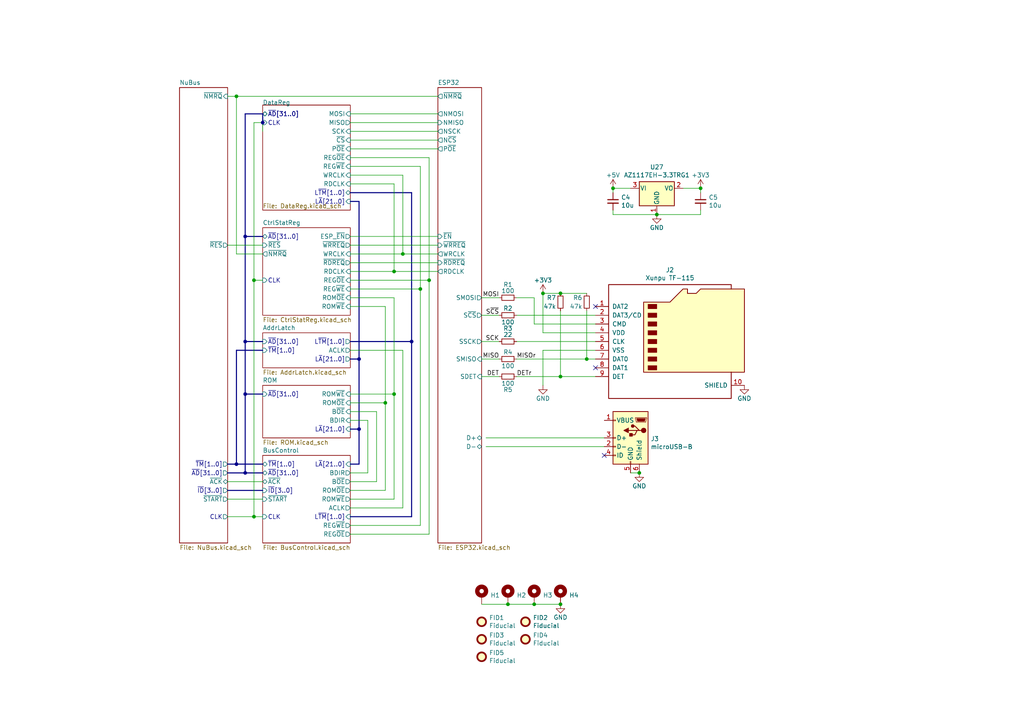
<source format=kicad_sch>
(kicad_sch (version 20211123) (generator eeschema)
  (paper "A4")
  (title_block (title "NuBus-ESP32") (date "2021-11-18") (rev "0.1") (company "Garrett's Workshop"))
  (lib_symbols
    (symbol "Connector:USB_B_Micro" (pin_names (offset 1.016))
      (property "Reference" "J" (at -5.08 11.43 0))
      (property "Value" "USB_B_Micro" (at -5.08 8.89 0))
      (symbol "USB_B_Micro_0_1"
        (rectangle (start -5.08 -7.62) (end 5.08 7.62) (stroke (width 0.254)) (fill (type background)))
        (circle (center -3.81 2.159) (radius 0.635) (stroke (width 0.254)) (fill (type outline)))
        (circle (center -0.635 3.429) (radius 0.381) (stroke (width 0.254)) (fill (type outline)))
        (rectangle (start -0.127 -7.62) (end 0.127 -6.858))
        (polyline (pts (xy -1.905 2.159) (xy 0.635 2.159)) (stroke (width 0.254)))
        (polyline (pts (xy -3.175 2.159) (xy -2.54 2.159) (xy -1.27 3.429) (xy -0.635 3.429)) (stroke (width 0.254)))
        (polyline (pts (xy -2.54 2.159) (xy -1.905 2.159) (xy -1.27 0.889) (xy 0 0.889)) (stroke (width 0.254)))
        (polyline (pts (xy 0.635 2.794) (xy 0.635 1.524) (xy 1.905 2.159) (xy 0.635 2.794)) (stroke (width 0.254)) (fill (type outline)))
        (polyline (pts (xy -4.318 5.588) (xy -1.778 5.588) (xy -2.032 4.826) (xy -4.064 4.826) (xy -4.318 5.588)) (fill (type outline)))
        (polyline (pts (xy -4.699 5.842) (xy -4.699 5.588) (xy -4.445 4.826) (xy -4.445 4.572) (xy -1.651 4.572) (xy -1.651 4.826) (xy -1.397 5.588) (xy -1.397 5.842) (xy -4.699 5.842)))
        (rectangle (start 0.254 1.27) (end -0.508 0.508) (stroke (width 0.254)) (fill (type outline)))
        (rectangle (start 5.08 -5.207) (end 4.318 -4.953))
        (rectangle (start 5.08 -2.667) (end 4.318 -2.413))
        (rectangle (start 5.08 -0.127) (end 4.318 0.127))
        (rectangle (start 5.08 4.953) (end 4.318 5.207))
      )
      (symbol "USB_B_Micro_1_1"
        (pin power_out line (at 7.62 5.08 180) (length 2.54) (name "VBUS") (number "1"))
        (pin bidirectional line (at 7.62 -2.54 180) (length 2.54) (name "D-") (number "2"))
        (pin bidirectional line (at 7.62 0 180) (length 2.54) (name "D+") (number "3"))
        (pin passive line (at 7.62 -5.08 180) (length 2.54) (name "ID") (number "4"))
        (pin power_out line (at 0 -10.16 90) (length 2.54) (name "GND") (number "5"))
        (pin passive line (at -2.54 -10.16 90) (length 2.54) (name "Shield") (number "6"))
      )
    )
    (symbol "Device:C_Small" (pin_numbers hide) (pin_names (offset 0.254) hide)
      (property "Reference" "C" (at 0.254 1.778 0))
      (property "Value" "C_Small" (at 0.254 -2.032 0))
      (symbol "C_Small_0_1"
        (polyline (pts (xy -1.524 -0.508) (xy 1.524 -0.508)) (stroke (width 0.3302)))
        (polyline (pts (xy -1.524 0.508) (xy 1.524 0.508)) (stroke (width 0.3048)))
      )
      (symbol "C_Small_1_1"
        (pin passive line (at 0 2.54 270) (length 2.032) (name "~") (number "1"))
        (pin passive line (at 0 -2.54 90) (length 2.032) (name "~") (number "2"))
      )
    )
    (symbol "Device:R_Small" (pin_numbers hide) (pin_names (offset 0.254) hide)
      (property "Reference" "R" (at 0.762 0.508 0))
      (property "Value" "R_Small" (at 0.762 -1.016 0))
      (symbol "R_Small_0_1"
        (rectangle (start -0.762 1.778) (end 0.762 -1.778) (stroke (width 0.2032)))
      )
      (symbol "R_Small_1_1"
        (pin passive line (at 0 2.54 270) (length 0.762) (name "~") (number "1"))
        (pin passive line (at 0 -2.54 90) (length 0.762) (name "~") (number "2"))
      )
    )
    (symbol "GW_Connector:Micro_SD_SingleDet" (pin_names (offset 1.016))
      (property "Reference" "J" (at -16.51 17.78 0))
      (property "Value" "Micro_SD_SingleDet" (at 16.51 17.78 0))
      (symbol "Micro_SD_SingleDet_0_1"
        (rectangle (start -7.62 -6.985) (end -5.08 -8.255) (fill (type outline)))
        (rectangle (start -7.62 -4.445) (end -5.08 -5.715) (fill (type outline)))
        (rectangle (start -7.62 -1.905) (end -5.08 -3.175) (fill (type outline)))
        (rectangle (start -7.62 0.635) (end -5.08 -0.635) (fill (type outline)))
        (rectangle (start -7.62 3.175) (end -5.08 1.905) (fill (type outline)))
        (rectangle (start -7.62 5.715) (end -5.08 4.445) (fill (type outline)))
        (rectangle (start -7.62 8.255) (end -5.08 6.985) (fill (type outline)))
        (rectangle (start -7.62 10.795) (end -5.08 9.525) (fill (type outline)))
        (polyline (pts (xy 16.51 15.24) (xy 16.51 16.51) (xy -19.05 16.51) (xy -19.05 -16.51) (xy 16.51 -16.51) (xy 16.51 -8.89)) (stroke (width 0.254)))
        (polyline (pts (xy -8.89 -8.89) (xy -8.89 11.43) (xy -1.27 11.43) (xy 2.54 15.24) (xy 3.81 15.24) (xy 3.81 13.97) (xy 6.35 13.97) (xy 7.62 15.24) (xy 20.32 15.24) (xy 20.32 -8.89) (xy -8.89 -8.89)) (stroke (width 0.254)) (fill (type background)))
      )
      (symbol "Micro_SD_SingleDet_1_1"
        (pin bidirectional line (at -22.86 10.16 0) (length 3.81) (name "DAT2") (number "1"))
        (pin passive line (at 20.32 -12.7 180) (length 3.81) (name "SHIELD") (number "10"))
        (pin bidirectional line (at -22.86 7.62 0) (length 3.81) (name "DAT3/CD") (number "2"))
        (pin input line (at -22.86 5.08 0) (length 3.81) (name "CMD") (number "3"))
        (pin power_in line (at -22.86 2.54 0) (length 3.81) (name "VDD") (number "4"))
        (pin input line (at -22.86 0 0) (length 3.81) (name "CLK") (number "5"))
        (pin power_in line (at -22.86 -2.54 0) (length 3.81) (name "VSS") (number "6"))
        (pin input line (at -22.86 -5.08 0) (length 3.81) (name "DAT0") (number "7"))
        (pin input line (at -22.86 -7.62 0) (length 3.81) (name "DAT1") (number "8"))
        (pin passive line (at -22.86 -10.16 0) (length 3.81) (name "DET") (number "9"))
      )
    )
    (symbol "GW_Power:AP1117-33" (pin_names (offset 0.254))
      (property "Reference" "U" (at -3.81 3.175 0))
      (property "Value" "AP1117-33" (at 0 3.175 0))
      (symbol "AP1117-33_0_1"
        (rectangle (start -5.08 -5.08) (end 5.08 1.905) (stroke (width 0.254)) (fill (type background)))
      )
      (symbol "AP1117-33_1_1"
        (pin power_in line (at 0 -7.62 90) (length 2.54) (name "GND") (number "1"))
        (pin power_out line (at 7.62 0 180) (length 2.54) (name "VO") (number "2"))
        (pin power_in line (at -7.62 0 0) (length 2.54) (name "VI") (number "3"))
      )
    )
    (symbol "Mechanical:Fiducial"
      (property "Reference" "FID" (at 0 5.08 0))
      (property "Value" "Fiducial" (at 0 3.175 0))
      (symbol "Fiducial_0_1"
        (circle (center 0 0) (radius 1.27) (stroke (width 0.508)) (fill (type background)))
      )
    )
    (symbol "Mechanical:MountingHole_Pad" (pin_numbers hide) (pin_names (offset 1.016) hide)
      (property "Reference" "H" (at 0 6.35 0))
      (property "Value" "MountingHole_Pad" (at 0 4.445 0))
      (symbol "MountingHole_Pad_0_1"
        (circle (center 0 1.27) (radius 1.27) (stroke (width 1.27)))
      )
      (symbol "MountingHole_Pad_1_1"
        (pin input line (at 0 -2.54 90) (length 2.54) (name "1") (number "1"))
      )
    )
    (symbol "power:+3V3" (power) (pin_names (offset 0))
      (property "Value" "+3V3" (at 0 3.556 0))
      (symbol "+3V3_0_1"
        (polyline (pts (xy -0.762 1.27) (xy 0 2.54)))
        (polyline (pts (xy 0 0) (xy 0 2.54)))
        (polyline (pts (xy 0 2.54) (xy 0.762 1.27)))
      )
      (symbol "+3V3_1_1"
        (pin power_in line (at 0 0 90) (length 0) hide (name "+3V3") (number "1"))
      )
    )
    (symbol "power:+5V" (power) (pin_names (offset 0))
      (property "Value" "+5V" (at 0 3.556 0))
      (symbol "+5V_0_1"
        (polyline (pts (xy -0.762 1.27) (xy 0 2.54)))
        (polyline (pts (xy 0 0) (xy 0 2.54)))
        (polyline (pts (xy 0 2.54) (xy 0.762 1.27)))
      )
      (symbol "+5V_1_1"
        (pin power_in line (at 0 0 90) (length 0) hide (name "+5V") (number "1"))
      )
    )
    (symbol "power:GND" (power) (pin_names (offset 0))
      (property "Value" "GND" (at 0 -3.81 0))
      (symbol "GND_0_1"
        (polyline (pts (xy 0 0) (xy 0 -1.27) (xy 1.27 -1.27) (xy 0 -2.54) (xy -1.27 -1.27) (xy 0 -1.27)))
      )
      (symbol "GND_1_1"
        (pin power_in line (at 0 0 270) (length 0) hide (name "GND") (number "1"))
      )
    )
  )
  (junction (at 124.46 81.28))
  (junction (at 73.66 81.28))
  (junction (at 104.14 124.46))
  (junction (at 68.58 134.62))
  (junction (at 147.32 175.26))
  (junction (at 104.14 104.14))
  (junction (at 71.12 99.06))
  (junction (at 119.38 99.06))
  (junction (at 71.12 137.16))
  (junction (at 162.56 109.22))
  (junction (at 170.18 104.14))
  (junction (at 203.2 54.61))
  (junction (at 162.56 175.26))
  (junction (at 68.58 27.94))
  (junction (at 76.2 35.56))
  (junction (at 121.92 83.82))
  (junction (at 114.3 114.3))
  (junction (at 111.76 116.84))
  (junction (at 73.66 149.86))
  (junction (at 190.5 62.23))
  (junction (at 154.94 175.26))
  (junction (at 157.48 85.09))
  (junction (at 185.42 137.16))
  (junction (at 71.12 114.3))
  (junction (at 177.8 54.61))
  (junction (at 71.12 68.58))
  (junction (at 114.3 78.74))
  (junction (at 162.56 85.09))
  (junction (at 116.84 73.66))
  (no_connect (at 172.72 106.68))
  (no_connect (at 175.26 132.08))
  (no_connect (at 172.72 88.9))
  (wire (pts (xy 139.7 91.44) (xy 144.78 91.44)))
  (wire (pts (xy 162.56 85.09) (xy 170.18 85.09)))
  (bus (pts (xy 119.38 99.06) (xy 119.38 149.86)))
  (bus (pts (xy 104.14 124.46) (xy 101.6 124.46)))
  (bus (pts (xy 101.6 149.86) (xy 119.38 149.86)))
  (bus (pts (xy 76.2 33.02) (xy 76.2 35.56)))
  (wire (pts (xy 101.6 152.4) (xy 121.92 152.4)))
  (wire (pts (xy 101.6 43.18) (xy 127 43.18)))
  (wire (pts (xy 66.04 149.86) (xy 73.66 149.86)))
  (wire (pts (xy 101.6 81.28) (xy 124.46 81.28)))
  (wire (pts (xy 114.3 144.78) (xy 101.6 144.78)))
  (wire (pts (xy 139.7 104.14) (xy 144.78 104.14)))
  (wire (pts (xy 185.42 137.16) (xy 182.88 137.16)))
  (wire (pts (xy 116.84 73.66) (xy 127 73.66)))
  (wire (pts (xy 175.26 129.54) (xy 140.97 129.54)))
  (wire (pts (xy 114.3 86.36) (xy 101.6 86.36)))
  (wire (pts (xy 203.2 62.23) (xy 190.5 62.23)))
  (wire (pts (xy 124.46 81.28) (xy 124.46 154.94)))
  (wire (pts (xy 121.92 83.82) (xy 121.92 152.4)))
  (wire (pts (xy 149.86 86.36) (xy 154.94 86.36)))
  (wire (pts (xy 149.86 109.22) (xy 162.56 109.22)))
  (wire (pts (xy 157.48 101.6) (xy 172.72 101.6)))
  (bus (pts (xy 71.12 33.02) (xy 71.12 68.58)))
  (wire (pts (xy 68.58 27.94) (xy 127 27.94)))
  (wire (pts (xy 170.18 104.14) (xy 172.72 104.14)))
  (wire (pts (xy 162.56 109.22) (xy 172.72 109.22)))
  (wire (pts (xy 106.68 121.92) (xy 101.6 121.92)))
  (bus (pts (xy 76.2 134.62) (xy 68.58 134.62)))
  (wire (pts (xy 73.66 35.56) (xy 73.66 81.28)))
  (wire (pts (xy 116.84 101.6) (xy 101.6 101.6)))
  (wire (pts (xy 73.66 149.86) (xy 76.2 149.86)))
  (wire (pts (xy 157.48 96.52) (xy 172.72 96.52)))
  (wire (pts (xy 101.6 68.58) (xy 127 68.58)))
  (wire (pts (xy 66.04 139.7) (xy 76.2 139.7)))
  (wire (pts (xy 73.66 81.28) (xy 76.2 81.28)))
  (wire (pts (xy 101.6 76.2) (xy 127 76.2)))
  (bus (pts (xy 101.6 134.62) (xy 104.14 134.62)))
  (wire (pts (xy 114.3 78.74) (xy 114.3 53.34)))
  (wire (pts (xy 101.6 147.32) (xy 116.84 147.32)))
  (wire (pts (xy 66.04 71.12) (xy 76.2 71.12)))
  (wire (pts (xy 101.6 48.26) (xy 121.92 48.26)))
  (wire (pts (xy 182.88 54.61) (xy 177.8 54.61)))
  (wire (pts (xy 121.92 83.82) (xy 101.6 83.82)))
  (bus (pts (xy 66.04 142.24) (xy 76.2 142.24)))
  (wire (pts (xy 177.8 62.23) (xy 190.5 62.23)))
  (wire (pts (xy 111.76 116.84) (xy 101.6 116.84)))
  (wire (pts (xy 149.86 104.14) (xy 170.18 104.14)))
  (wire (pts (xy 101.6 45.72) (xy 124.46 45.72)))
  (wire (pts (xy 101.6 50.8) (xy 116.84 50.8)))
  (bus (pts (xy 71.12 33.02) (xy 76.2 33.02)))
  (wire (pts (xy 101.6 73.66) (xy 116.84 73.66)))
  (wire (pts (xy 177.8 54.61) (xy 177.8 55.88)))
  (bus (pts (xy 68.58 134.62) (xy 66.04 134.62)))
  (wire (pts (xy 101.6 71.12) (xy 127 71.12)))
  (wire (pts (xy 101.6 78.74) (xy 114.3 78.74)))
  (wire (pts (xy 149.86 99.06) (xy 172.72 99.06)))
  (bus (pts (xy 68.58 101.6) (xy 68.58 134.62)))
  (wire (pts (xy 109.22 139.7) (xy 101.6 139.7)))
  (wire (pts (xy 68.58 27.94) (xy 68.58 73.66)))
  (wire (pts (xy 101.6 33.02) (xy 127 33.02)))
  (wire (pts (xy 144.78 86.36) (xy 139.7 86.36)))
  (bus (pts (xy 104.14 104.14) (xy 104.14 58.42)))
  (wire (pts (xy 114.3 78.74) (xy 127 78.74)))
  (bus (pts (xy 104.14 124.46) (xy 104.14 134.62)))
  (wire (pts (xy 147.32 175.26) (xy 154.94 175.26)))
  (wire (pts (xy 116.84 50.8) (xy 116.84 73.66)))
  (wire (pts (xy 157.48 111.76) (xy 157.48 101.6)))
  (bus (pts (xy 101.6 104.14) (xy 104.14 104.14)))
  (wire (pts (xy 139.7 99.06) (xy 144.78 99.06)))
  (bus (pts (xy 71.12 99.06) (xy 76.2 99.06)))
  (wire (pts (xy 66.04 27.94) (xy 68.58 27.94)))
  (bus (pts (xy 66.04 137.16) (xy 71.12 137.16)))
  (bus (pts (xy 101.6 55.88) (xy 119.38 55.88)))
  (wire (pts (xy 111.76 88.9) (xy 101.6 88.9)))
  (bus (pts (xy 104.14 104.14) (xy 104.14 124.46)))
  (wire (pts (xy 66.04 144.78) (xy 76.2 144.78)))
  (wire (pts (xy 203.2 54.61) (xy 198.12 54.61)))
  (wire (pts (xy 73.66 81.28) (xy 73.66 149.86)))
  (wire (pts (xy 114.3 53.34) (xy 101.6 53.34)))
  (bus (pts (xy 101.6 99.06) (xy 119.38 99.06)))
  (wire (pts (xy 170.18 104.14) (xy 170.18 90.17)))
  (wire (pts (xy 101.6 137.16) (xy 106.68 137.16)))
  (bus (pts (xy 71.12 114.3) (xy 71.12 99.06)))
  (wire (pts (xy 154.94 93.98) (xy 172.72 93.98)))
  (wire (pts (xy 101.6 154.94) (xy 124.46 154.94)))
  (wire (pts (xy 172.72 91.44) (xy 149.86 91.44)))
  (wire (pts (xy 101.6 142.24) (xy 111.76 142.24)))
  (wire (pts (xy 162.56 109.22) (xy 162.56 90.17)))
  (wire (pts (xy 101.6 38.1) (xy 127 38.1)))
  (bus (pts (xy 71.12 114.3) (xy 71.12 137.16)))
  (wire (pts (xy 203.2 60.96) (xy 203.2 62.23)))
  (wire (pts (xy 121.92 48.26) (xy 121.92 83.82)))
  (wire (pts (xy 106.68 137.16) (xy 106.68 121.92)))
  (bus (pts (xy 71.12 137.16) (xy 76.2 137.16)))
  (wire (pts (xy 177.8 60.96) (xy 177.8 62.23)))
  (wire (pts (xy 127 40.64) (xy 101.6 40.64)))
  (wire (pts (xy 76.2 35.56) (xy 73.66 35.56)))
  (wire (pts (xy 157.48 85.09) (xy 162.56 85.09)))
  (wire (pts (xy 114.3 114.3) (xy 101.6 114.3)))
  (wire (pts (xy 76.2 73.66) (xy 68.58 73.66)))
  (wire (pts (xy 154.94 86.36) (xy 154.94 93.98)))
  (wire (pts (xy 154.94 175.26) (xy 162.56 175.26)))
  (wire (pts (xy 175.26 127) (xy 140.97 127)))
  (wire (pts (xy 111.76 142.24) (xy 111.76 116.84)))
  (wire (pts (xy 139.7 109.22) (xy 144.78 109.22)))
  (bus (pts (xy 104.14 58.42) (xy 101.6 58.42)))
  (bus (pts (xy 71.12 68.58) (xy 76.2 68.58)))
  (wire (pts (xy 157.48 85.09) (xy 157.48 96.52)))
  (wire (pts (xy 109.22 119.38) (xy 109.22 139.7)))
  (wire (pts (xy 76.2 35.56) (xy 76.2 38.1)))
  (bus (pts (xy 119.38 55.88) (xy 119.38 99.06)))
  (wire (pts (xy 124.46 45.72) (xy 124.46 81.28)))
  (wire (pts (xy 111.76 116.84) (xy 111.76 88.9)))
  (wire (pts (xy 114.3 114.3) (xy 114.3 86.36)))
  (bus (pts (xy 71.12 114.3) (xy 76.2 114.3)))
  (wire (pts (xy 116.84 147.32) (xy 116.84 101.6)))
  (wire (pts (xy 114.3 144.78) (xy 114.3 114.3)))
  (bus (pts (xy 68.58 101.6) (xy 76.2 101.6)))
  (wire (pts (xy 101.6 119.38) (xy 109.22 119.38)))
  (bus (pts (xy 71.12 99.06) (xy 71.12 68.58)))
  (wire (pts (xy 139.7 175.26) (xy 147.32 175.26)))
  (wire (pts (xy 203.2 54.61) (xy 203.2 55.88)))
  (wire (pts (xy 101.6 35.56) (xy 127 35.56)))
  (label "S~{CS}" (at 144.78 91.44 180))
  (label "SCK" (at 144.78 99.06 180))
  (label "DET" (at 144.78 109.22 180))
  (label "MISOr" (at 149.86 104.14 0))
  (label "DETr" (at 149.86 109.22 0))
  (label "MISO" (at 144.78 104.14 180))
  (label "MOSI" (at 144.78 86.36 180))
  (symbol (lib_id "Mechanical:MountingHole_Pad") (at 154.94 172.72 0) (unit 1)
    (property "Reference" "H3" (at 157.48 172.6438 0) (effects (justify left)))
    (property "Value" " " (effects hide))
    (property "Footprint" "stdpads:PasteHole_1.152mm_NPTH" (effects hide))
  )
  (symbol (lib_id "Mechanical:MountingHole_Pad") (at 162.56 172.72 0) (unit 1)
    (property "Reference" "H4" (at 165.1 172.6438 0) (effects (justify left)))
    (property "Value" " " (effects hide))
    (property "Footprint" "stdpads:PasteHole_1.152mm_NPTH" (effects hide))
  )
  (symbol (lib_id "power:GND") (at 162.56 175.26 0) (mirror y) (unit 1)
    (property "Reference" "#PWR0145" (effects hide))
    (property "Value" "GND" (at 162.56 179.07 0))
  )
  (symbol (lib_id "Mechanical:Fiducial") (at 139.7 180.34 0) (unit 1)
    (property "Reference" "FID1" (at 141.859 179.1716 0) (effects (justify left)))
    (property "Value" "Fiducial" (at 141.859 181.483 0) (effects (justify left)))
    (property "Footprint" "stdpads:Fiducial" (effects hide))
  )
  (symbol (lib_id "Mechanical:Fiducial") (at 152.4 180.34 0) (unit 1)
    (property "Reference" "FID2" (at 154.559 179.1716 0) (effects (justify left)))
    (property "Value" "Fiducial" (at 154.559 181.483 0) (effects (justify left)))
    (property "Footprint" "stdpads:Fiducial" (effects hide))
  )
  (symbol (lib_id "Mechanical:Fiducial") (at 139.7 185.42 0) (unit 1)
    (property "Reference" "FID3" (at 141.859 184.2516 0) (effects (justify left)))
    (property "Value" "Fiducial" (at 141.859 186.563 0) (effects (justify left)))
    (property "Footprint" "stdpads:Fiducial" (effects hide))
  )
  (symbol (lib_id "Mechanical:Fiducial") (at 152.4 185.42 0) (unit 1)
    (property "Reference" "FID4" (at 154.559 184.2516 0) (effects (justify left)))
    (property "Value" "Fiducial" (at 154.559 186.563 0) (effects (justify left)))
    (property "Footprint" "stdpads:Fiducial" (effects hide))
  )
  (symbol (lib_id "Mechanical:MountingHole_Pad") (at 139.7 172.72 0) (unit 1)
    (property "Reference" "H1" (at 142.24 172.6438 0) (effects (justify left)))
    (property "Value" " " (effects hide))
    (property "Footprint" "stdpads:PasteHole_1.152mm_NPTH" (effects hide))
  )
  (symbol (lib_id "Mechanical:MountingHole_Pad") (at 147.32 172.72 0) (unit 1)
    (property "Reference" "H2" (at 149.86 172.6438 0) (effects (justify left)))
    (property "Value" " " (effects hide))
    (property "Footprint" "stdpads:PasteHole_1.152mm_NPTH" (effects hide))
  )
  (symbol (lib_id "power:GND") (at 215.9 111.76 0) (unit 1)
    (property "Reference" "#PWR0137" (effects hide))
    (property "Value" "GND" (at 215.9 115.57 0))
  )
  (symbol (lib_id "GW_Connector:Micro_SD_SingleDet") (at 195.58 99.06 0) (unit 1)
    (property "Reference" "J2" (at 194.31 78.3082 0))
    (property "Value" "Xunpu TF-115" (at 194.31 80.6196 0))
    (property "Footprint" "stdpads:Xunpu_TF-115_microSD" (effects hide))
    (property "LCSC Part" "C266620" (effects hide))
  )
  (symbol (lib_id "power:GND") (at 157.48 111.76 0) (unit 1)
    (property "Reference" "#PWR0138" (effects hide))
    (property "Value" "GND" (at 157.48 115.57 0))
  )
  (symbol (lib_id "power:+3V3") (at 157.48 85.09 0) (unit 1)
    (property "Reference" "#PWR0139" (effects hide))
    (property "Value" "+3V3" (at 157.48 81.28 0))
  )
  (symbol (lib_id "Mechanical:Fiducial") (at 139.7 190.5 0) (unit 1)
    (property "Reference" "FID5" (at 141.859 189.3316 0) (effects (justify left)))
    (property "Value" "Fiducial" (at 141.859 191.643 0) (effects (justify left)))
    (property "Footprint" "stdpads:Fiducial" (effects hide))
  )
  (symbol (lib_id "Device:R_Small") (at 147.32 109.22 90) (unit 1)
    (property "Reference" "R5" (at 147.32 113.03 90))
    (property "Value" "100" (at 147.32 110.49 90) (effects (justify bottom)))
    (property "Footprint" "stdpads:R_0805" (effects hide))
    (property "LCSC Part" "C17408" (effects hide))
  )
  (symbol (lib_id "Device:R_Small") (at 147.32 104.14 90) (unit 1)
    (property "Reference" "R4" (at 147.32 102.87 90) (effects (justify top)))
    (property "Value" "100" (at 147.32 105.41 90) (effects (justify bottom)))
    (property "Footprint" "stdpads:R_0805" (effects hide))
    (property "LCSC Part" "C17408" (effects hide))
  )
  (symbol (lib_id "Device:R_Small") (at 147.32 99.06 90) (mirror x) (unit 1)
    (property "Reference" "R3" (at 147.32 95.25 90))
    (property "Value" "22" (at 147.32 97.79 90) (effects (justify bottom)))
    (property "Footprint" "stdpads:R_0805" (effects hide))
    (property "LCSC Part" "C17561" (effects hide))
  )
  (symbol (lib_id "Device:R_Small") (at 147.32 86.36 90) (mirror x) (unit 1)
    (property "Reference" "R1" (at 147.32 82.55 90))
    (property "Value" "100" (at 147.32 85.09 90) (effects (justify bottom)))
    (property "Footprint" "stdpads:R_0805" (effects hide))
    (property "LCSC Part" "C17408" (effects hide))
  )
  (symbol (lib_id "Device:R_Small") (at 162.56 87.63 0) (unit 1)
    (property "Reference" "R7" (at 161.29 86.36 0) (effects (justify right)))
    (property "Value" "47k" (at 161.29 88.9 0) (effects (justify right)))
    (property "Footprint" "stdpads:R_0805" (effects hide))
    (property "LCSC Part" "C17713" (effects hide))
  )
  (symbol (lib_id "Device:R_Small") (at 147.32 91.44 90) (unit 1)
    (property "Reference" "R2" (at 147.32 90.17 90) (effects (justify top)))
    (property "Value" "100" (at 147.32 92.71 90) (effects (justify bottom)))
    (property "Footprint" "stdpads:R_0805" (effects hide))
    (property "LCSC Part" "C17408" (effects hide))
  )
  (symbol (lib_id "GW_Power:AP1117-33") (at 190.5 54.61 0) (unit 1)
    (property "Reference" "U27" (at 190.5 48.4632 0))
    (property "Value" "AZ1117EH-3.3TRG1" (at 190.5 50.7746 0))
    (property "Footprint" "stdpads:SOT-223" (effects hide))
    (property "Datasheet" "http://www.diodes.com/datasheets/AP1117.pdf" (effects hide))
    (property "LCSC Part" "C108494" (effects hide))
  )
  (symbol (lib_id "power:GND") (at 190.5 62.23 0) (unit 1)
    (property "Reference" "#PWR0102" (effects hide))
    (property "Value" "GND" (at 190.5 66.04 0))
  )
  (symbol (lib_id "power:+3V3") (at 203.2 54.61 0) (mirror y) (unit 1)
    (property "Reference" "#PWR0103" (effects hide))
    (property "Value" "+3V3" (at 203.2 50.8 0))
  )
  (symbol (lib_id "power:+5V") (at 177.8 54.61 0) (unit 1)
    (property "Reference" "#PWR0107" (effects hide))
    (property "Value" "+5V" (at 177.8 50.8 0))
  )
  (symbol (lib_id "Device:C_Small") (at 177.8 58.42 0) (unit 1)
    (property "Reference" "C4" (at 180.1368 57.2516 0) (effects (justify left)))
    (property "Value" "10u" (at 180.1368 59.563 0) (effects (justify left)))
    (property "Footprint" "stdpads:C_0805" (effects hide))
    (property "LCSC Part" "C15850" (effects hide))
  )
  (symbol (lib_id "Device:C_Small") (at 203.2 58.42 0) (mirror y) (unit 1)
    (property "Reference" "C5" (at 205.5368 57.2516 0) (effects (justify right)))
    (property "Value" "10u" (at 205.5368 59.563 0) (effects (justify right)))
    (property "Footprint" "stdpads:C_0805" (effects hide))
    (property "LCSC Part" "C15850" (effects hide))
  )
  (symbol (lib_id "Connector:USB_B_Micro") (at 182.88 127 0) (mirror y) (unit 1)
    (property "Reference" "J3" (at 188.722 127.2794 0) (effects (justify right)))
    (property "Value" "microUSB-B" (at 188.722 129.5908 0) (effects (justify right)))
    (property "Footprint" "stdpads:USB_Micro-B_ShouHan_MicroXNJ" (effects hide))
    (property "LCSC Part" "C404969" (effects hide))
  )
  (symbol (lib_id "power:GND") (at 185.42 137.16 0) (unit 1)
    (property "Reference" "#PWR0101" (effects hide))
    (property "Value" "GND" (at 185.42 140.97 0))
  )
  (symbol (lib_id "Device:R_Small") (at 170.18 87.63 0) (unit 1)
    (property "Reference" "R6" (at 168.91 86.36 0) (effects (justify right)))
    (property "Value" "47k" (at 168.91 88.9 0) (effects (justify right)))
    (property "Footprint" "stdpads:R_0805" (effects hide))
    (property "LCSC Part" "C17713" (effects hide))
  )
  (sheet (at 76.2 30.48) (size 25.4 30.48)
    (property "Sheet name" "DataReg" (at 76.2 30.48 0) (effects (justify left bottom)))
    (property "Sheet file" "DataReg.kicad_sch" (at 76.2 59.0046 0) (effects (justify left top)))
    (pin "REG~{WE}" input (at 101.6 48.26 0))
    (pin "SCK" input (at 101.6 38.1 0))
    (pin "CLK" input (at 76.2 35.56 180))
    (pin "REG~{OE}" input (at 101.6 45.72 0))
    (pin "MISO" output (at 101.6 35.56 0))
    (pin "MOSI" input (at 101.6 33.02 0))
    (pin "AD[31..0]" bidirectional (at 76.2 33.02 180))
    (pin "~{AD}[31..0]" bidirectional (at 76.2 33.02 180))
    (pin "L~{A}[21..0]" input (at 101.6 58.42 0))
    (pin "RDCLK" input (at 101.6 53.34 0))
    (pin "~{CS}" input (at 101.6 40.64 0))
    (pin "L~{TM}[1..0]" bidirectional (at 101.6 55.88 0))
    (pin "WRCLK" input (at 101.6 50.8 0))
    (pin "P~{OE}" input (at 101.6 43.18 0))
  )
  (sheet (at 76.2 96.52) (size 25.4 10.16)
    (property "Sheet name" "AddrLatch" (at 76.2 95.8084 0) (effects (justify left bottom)))
    (property "Sheet file" "AddrLatch.kicad_sch" (at 76.2 107.2646 0) (effects (justify left top)))
    (pin "ACLK" output (at 101.6 101.6 0))
    (pin "~{AD}[31..0]" input (at 76.2 99.06 180))
    (pin "L~{A}[21..0]" output (at 101.6 104.14 0))
    (pin "L~{TM}[1..0]" output (at 101.6 99.06 0))
    (pin "~{TM}[1..0]" input (at 76.2 101.6 180))
  )
  (sheet (at 76.2 66.04) (size 25.4 25.4)
    (property "Sheet name" "CtrlStatReg" (at 76.2 65.3284 0) (effects (justify left bottom)))
    (property "Sheet file" "CtrlStatReg.kicad_sch" (at 76.2 92.0246 0) (effects (justify left top)))
    (pin "REG~{WE}" input (at 101.6 83.82 0))
    (pin "CLK" input (at 76.2 81.28 180))
    (pin "ESP_~{EN}" output (at 101.6 68.58 0))
    (pin "~{RES}" input (at 76.2 71.12 180))
    (pin "~{AD}[31..0]" bidirectional (at 76.2 68.58 180))
    (pin "ROM~{WE}" input (at 101.6 88.9 0))
    (pin "ROM~{OE}" input (at 101.6 86.36 0))
    (pin "REG~{OE}" input (at 101.6 81.28 0))
    (pin "WRCLK" input (at 101.6 73.66 0))
    (pin "RDCLK" input (at 101.6 78.74 0))
    (pin "~{NMRQ}" output (at 76.2 73.66 180))
    (pin "~{RDREQ}" output (at 101.6 76.2 0))
    (pin "~{WRREQ}" output (at 101.6 71.12 0))
  )
  (sheet (at 76.2 132.08) (size 25.4 25.4)
    (property "Sheet name" "BusControl" (at 76.2 131.3684 0) (effects (justify left bottom)))
    (property "Sheet file" "BusControl.kicad_sch" (at 76.2 158.0646 0) (effects (justify left top)))
    (pin "ROM~{OE}" output (at 101.6 142.24 0))
    (pin "ROM~{WE}" output (at 101.6 144.78 0))
    (pin "REG~{OE}" output (at 101.6 154.94 0))
    (pin "REG~{WE}" output (at 101.6 152.4 0))
    (pin "ACLK" output (at 101.6 147.32 0))
    (pin "~{TM}[1..0]" bidirectional (at 76.2 134.62 180))
    (pin "~{ACK}" bidirectional (at 76.2 139.7 180))
    (pin "CLK" input (at 76.2 149.86 180))
    (pin "L~{A}[21..0]" input (at 101.6 134.62 0))
    (pin "L~{TM}[1..0]" input (at 101.6 149.86 0))
    (pin "~{ID}[3..0]" input (at 76.2 142.24 180))
    (pin "~{AD}[31..0]" bidirectional (at 76.2 137.16 180))
    (pin "~{START}" input (at 76.2 144.78 180))
    (pin "BDIR" output (at 101.6 137.16 0))
    (pin "B~{OE}" output (at 101.6 139.7 0))
  )
  (sheet (at 76.2 111.76) (size 25.4 15.24)
    (property "Sheet name" "ROM" (at 76.2 111.0484 0) (effects (justify left bottom)))
    (property "Sheet file" "ROM.kicad_sch" (at 76.2 127.5846 0) (effects (justify left top)))
    (pin "ROM~{WE}" input (at 101.6 114.3 0))
    (pin "ROM~{OE}" input (at 101.6 116.84 0))
    (pin "L~{A}[21..0]" input (at 101.6 124.46 0))
    (pin "~{AD}[31..0]" input (at 76.2 114.3 180))
    (pin "B~{OE}" input (at 101.6 119.38 0))
    (pin "BDIR" input (at 101.6 121.92 0))
  )
  (sheet (at 52.07 25.4) (size 13.97 132.08)
    (property "Sheet name" "NuBus" (at 52.07 24.6884 0) (effects (justify left bottom)))
    (property "Sheet file" "NuBus.kicad_sch" (at 52.07 158.0646 0) (effects (justify left top)))
    (pin "~{START}" output (at 66.04 144.78 0))
    (pin "CLK" output (at 66.04 149.86 0))
    (pin "~{NMRQ}" input (at 66.04 27.94 0))
    (pin "~{ACK}" bidirectional (at 66.04 139.7 0))
    (pin "~{TM}[1..0]" output (at 66.04 134.62 0))
    (pin "~{AD}[31..0]" output (at 66.04 137.16 0))
    (pin "~{ID}[3..0]" output (at 66.04 142.24 0))
    (pin "~{RES}" output (at 66.04 71.12 0))
  )
  (sheet (at 127 25.4) (size 12.7 132.08)
    (property "Sheet name" "ESP32" (at 127 24.6884 0) (effects (justify left bottom)))
    (property "Sheet file" "ESP32.kicad_sch" (at 127 158.0646 0) (effects (justify left top)))
    (pin "~{NMRQ}" output (at 127 27.94 180))
    (pin "NSCK" output (at 127 38.1 180))
    (pin "NMOSI" output (at 127 33.02 180))
    (pin "NMISO" input (at 127 35.56 180))
    (pin "~{EN}" input (at 127 68.58 180))
    (pin "D-" bidirectional (at 139.7 129.54 0))
    (pin "D+" bidirectional (at 139.7 127 0))
    (pin "SMOSI" output (at 139.7 86.36 0))
    (pin "S~{CS}" output (at 139.7 91.44 0))
    (pin "SMISO" input (at 139.7 104.14 0))
    (pin "SDET" input (at 139.7 109.22 0))
    (pin "SSCK" output (at 139.7 99.06 0))
    (pin "N~{CS}" output (at 127 40.64 180))
    (pin "WRCLK" output (at 127 73.66 180))
    (pin "~{WRREQ}" input (at 127 71.12 180))
    (pin "RDCLK" output (at 127 78.74 180))
    (pin "~{RDREQ}" input (at 127 76.2 180))
    (pin "P~{OE}" output (at 127 43.18 180))
  )
)
</source>
